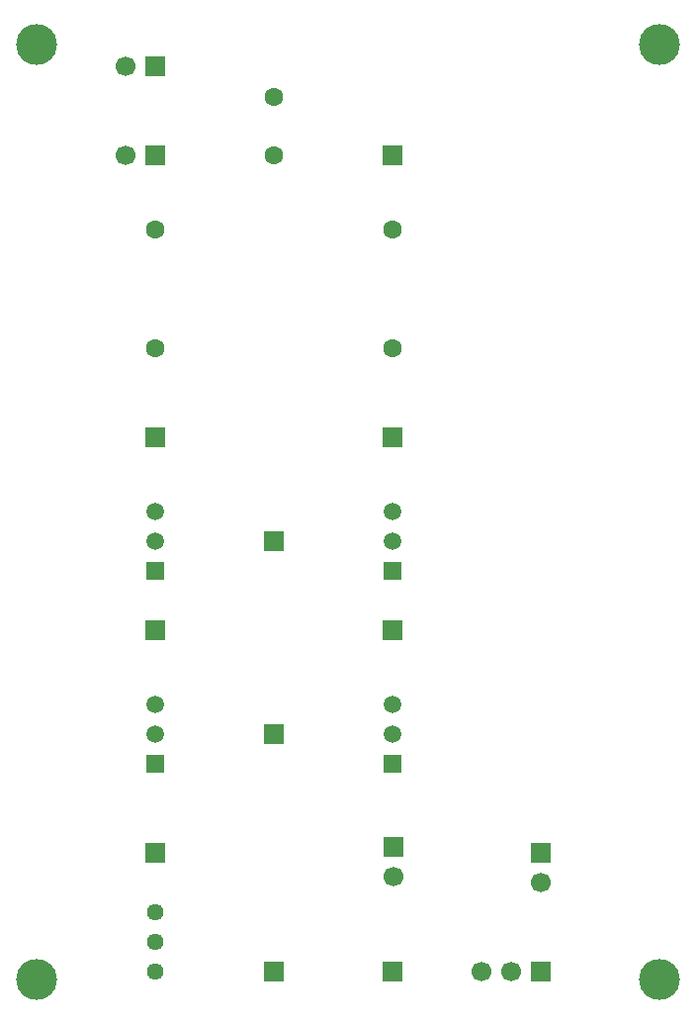
<source format=gbr>
%TF.GenerationSoftware,KiCad,Pcbnew,9.0.6-9.0.6~ubuntu22.04.1*%
%TF.CreationDate,2025-12-31T15:52:58+01:00*%
%TF.ProjectId,Symmetric_Wilson_Current_Mirror_Plain,53796d6d-6574-4726-9963-5f57696c736f,rev?*%
%TF.SameCoordinates,Original*%
%TF.FileFunction,Soldermask,Bot*%
%TF.FilePolarity,Negative*%
%FSLAX46Y46*%
G04 Gerber Fmt 4.6, Leading zero omitted, Abs format (unit mm)*
G04 Created by KiCad (PCBNEW 9.0.6-9.0.6~ubuntu22.04.1) date 2025-12-31 15:52:58*
%MOMM*%
%LPD*%
G01*
G04 APERTURE LIST*
%ADD10R,1.500000X1.500000*%
%ADD11C,1.500000*%
%ADD12C,3.500000*%
%ADD13R,1.700000X1.700000*%
%ADD14C,1.700000*%
%ADD15C,1.600000*%
%ADD16C,1.440000*%
G04 APERTURE END LIST*
D10*
%TO.C,Q3*%
X160020000Y-135255000D03*
D11*
X160020000Y-132715000D03*
X160020000Y-130175000D03*
%TD*%
D12*
%TO.C,REF\u002A\u002A*%
X129540000Y-153670000D03*
%TD*%
D13*
%TO.C,J11*%
X160100000Y-142335000D03*
D14*
X160100000Y-144875000D03*
%TD*%
D12*
%TO.C,REF\u002A\u002A*%
X129540000Y-73660000D03*
%TD*%
D15*
%TO.C,R1*%
X139700000Y-89535000D03*
X139700000Y-99695000D03*
%TD*%
D10*
%TO.C,Q2*%
X160020000Y-118745000D03*
D11*
X160020000Y-116205000D03*
X160020000Y-113665000D03*
%TD*%
D13*
%TO.C,J15*%
X160020000Y-107315000D03*
%TD*%
D15*
%TO.C,C1*%
X149860000Y-83185000D03*
X149860000Y-78185000D03*
%TD*%
D16*
%TO.C,RV1*%
X139700000Y-147955000D03*
X139700000Y-150495000D03*
X139700000Y-153035000D03*
%TD*%
D13*
%TO.C,J14*%
X139700000Y-107315000D03*
%TD*%
%TO.C,J5*%
X160020000Y-83185000D03*
%TD*%
D10*
%TO.C,Q1*%
X139700000Y-118745000D03*
D11*
X139700000Y-116205000D03*
X139700000Y-113665000D03*
%TD*%
D12*
%TO.C,REF\u002A\u002A*%
X182880000Y-153670000D03*
%TD*%
D13*
%TO.C,J10*%
X160020000Y-123825000D03*
%TD*%
%TO.C,J8*%
X149860000Y-153035000D03*
%TD*%
%TO.C,J6*%
X149860000Y-116205000D03*
%TD*%
%TO.C,J3*%
X139700000Y-123825000D03*
%TD*%
%TO.C,J4*%
X139700000Y-142875000D03*
%TD*%
D15*
%TO.C,R2*%
X160020000Y-89535000D03*
X160020000Y-99695000D03*
%TD*%
D12*
%TO.C,REF\u002A\u002A*%
X182880000Y-73660000D03*
%TD*%
D13*
%TO.C,J9*%
X160020000Y-153035000D03*
%TD*%
D10*
%TO.C,Q4*%
X139700000Y-135255000D03*
D11*
X139700000Y-132715000D03*
X139700000Y-130175000D03*
%TD*%
D13*
%TO.C,J7*%
X149860000Y-132715000D03*
%TD*%
%TO.C,J1*%
X139700000Y-75565000D03*
D14*
X137160000Y-75565000D03*
%TD*%
D13*
%TO.C,J2*%
X139700000Y-83185000D03*
D14*
X137160000Y-83185000D03*
%TD*%
D13*
%TO.C,J12*%
X172720000Y-153035000D03*
D14*
X170180000Y-153035000D03*
X167640000Y-153035000D03*
%TD*%
D13*
%TO.C,J13*%
X172720000Y-142900000D03*
D14*
X172720000Y-145440000D03*
%TD*%
M02*

</source>
